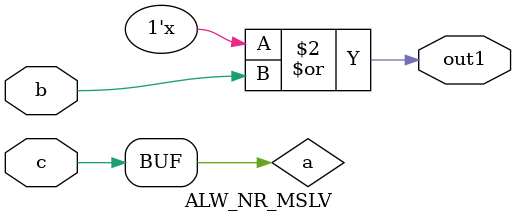
<source format=v>
module ALW_NR_MSLV (b, c, out1);
   input b;
   input c;
   output out1;
   reg out1;
   reg a;
   always @(a or b or c)
   begin
      out1 = a | b;
      a = c;
   end
endmodule

</source>
